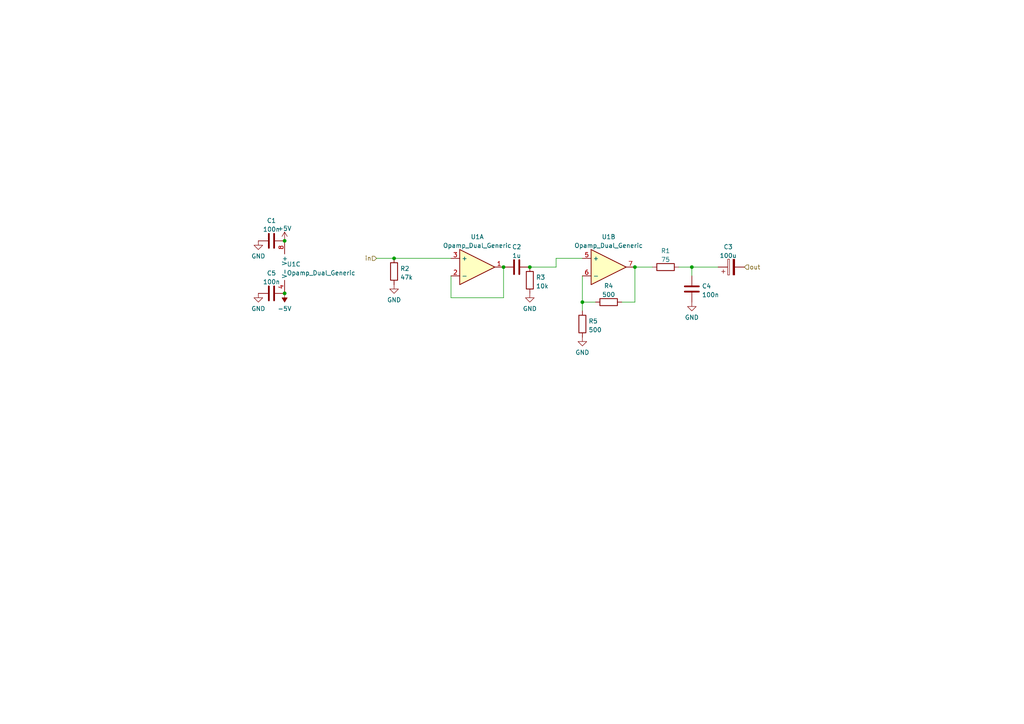
<source format=kicad_sch>
(kicad_sch (version 20211123) (generator eeschema)
  (paper "A4")
  (lib_symbols
    (symbol "0_aaaaa_yeah:R" (pin_numbers hide) (pin_names (offset 0))
      (property "Reference" "R" (at 2.032 0 90))
      (property "Value" "R" (at 0 0 90))
      (symbol "R_0_1"
        (rectangle (start -1.016 -2.54) (end 1.016 2.54) (stroke (width 0.254)))
      )
      (symbol "R_1_1"
        (pin passive line (at 0 3.81 270) (length 1.27) (name "~") (number "1"))
        (pin passive line (at 0 -3.81 90) (length 1.27) (name "~") (number "2"))
      )
    )
    (symbol "Device:C" (pin_numbers hide) (pin_names (offset 0.254))
      (property "Reference" "C" (at 0.635 2.54 0))
      (property "Value" "C" (at 0.635 -2.54 0))
      (symbol "C_0_1"
        (polyline (pts (xy -2.032 -0.762) (xy 2.032 -0.762)) (stroke (width 0.508)))
        (polyline (pts (xy -2.032 0.762) (xy 2.032 0.762)) (stroke (width 0.508)))
      )
      (symbol "C_1_1"
        (pin passive line (at 0 3.81 270) (length 2.794) (name "~") (number "1"))
        (pin passive line (at 0 -3.81 90) (length 2.794) (name "~") (number "2"))
      )
    )
    (symbol "nime2020-library:+5V" (power) (pin_names (offset 0))
      (property "Value" "+5V" (at 0 3.556 0))
      (symbol "+5V_0_1"
        (polyline (pts (xy -0.762 1.27) (xy 0 2.54)))
        (polyline (pts (xy 0 0) (xy 0 2.54)))
        (polyline (pts (xy 0 2.54) (xy 0.762 1.27)))
      )
      (symbol "+5V_1_1"
        (pin power_in line (at 0 0 90) (length 0) hide (name "+5V") (number "1"))
      )
    )
    (symbol "nime2020-library:CP" (pin_numbers hide) (pin_names (offset 0.254))
      (property "Reference" "C" (at 0.635 2.54 0))
      (property "Value" "CP" (at 0.635 -2.54 0))
      (symbol "CP_0_1"
        (rectangle (start -2.286 0.508) (end 2.286 1.016))
        (polyline (pts (xy -1.778 2.286) (xy -0.762 2.286)))
        (polyline (pts (xy -1.27 2.794) (xy -1.27 1.778)))
        (rectangle (start 2.286 -0.508) (end -2.286 -1.016) (fill (type outline)))
      )
      (symbol "CP_1_1"
        (pin passive line (at 0 3.81 270) (length 2.794) (name "~") (number "1"))
        (pin passive line (at 0 -3.81 90) (length 2.794) (name "~") (number "2"))
      )
    )
    (symbol "power:-5V" (power) (pin_names (offset 0))
      (property "Value" "-5V" (at 0 3.81 0))
      (symbol "-5V_0_0"
        (pin power_in line (at 0 0 90) (length 0) hide (name "-5V") (number "1"))
      )
      (symbol "-5V_0_1"
        (polyline (pts (xy 0 0) (xy 0 1.27) (xy 0.762 1.27) (xy 0 2.54) (xy -0.762 1.27) (xy 0 1.27)) (fill (type outline)))
      )
    )
    (symbol "power:GND" (power) (pin_names (offset 0))
      (property "Value" "GND" (at 0 -3.81 0))
      (symbol "GND_0_1"
        (polyline (pts (xy 0 0) (xy 0 -1.27) (xy 1.27 -1.27) (xy 0 -2.54) (xy -1.27 -1.27) (xy 0 -1.27)))
      )
      (symbol "GND_1_1"
        (pin power_in line (at 0 0 270) (length 0) hide (name "GND") (number "1"))
      )
    )
    (symbol "synkie_symbols:Opamp_Dual_Generic"
      (property "Reference" "U" (at 0 5.08 0))
      (property "Value" "Opamp_Dual_Generic" (at 0 -5.08 0))
      (symbol "Opamp_Dual_Generic_1_1"
        (polyline (pts (xy -5.08 5.08) (xy 5.08 0) (xy -5.08 -5.08) (xy -5.08 5.08)) (stroke (width 0.254)) (fill (type background)))
        (pin output line (at 7.62 0 180) (length 2.54) (name "~") (number "1"))
        (pin input line (at -7.62 -2.54 0) (length 2.54) (name "-") (number "2"))
        (pin input line (at -7.62 2.54 0) (length 2.54) (name "+") (number "3"))
      )
      (symbol "Opamp_Dual_Generic_2_1"
        (polyline (pts (xy -5.08 5.08) (xy 5.08 0) (xy -5.08 -5.08) (xy -5.08 5.08)) (stroke (width 0.254)) (fill (type background)))
        (pin input line (at -7.62 2.54 0) (length 2.54) (name "+") (number "5"))
        (pin input line (at -7.62 -2.54 0) (length 2.54) (name "-") (number "6"))
        (pin output line (at 7.62 0 180) (length 2.54) (name "~") (number "7"))
      )
      (symbol "Opamp_Dual_Generic_3_1"
        (pin power_in line (at -2.54 -7.62 90) (length 3.81) (name "V-") (number "4"))
        (pin power_in line (at -2.54 7.62 270) (length 3.81) (name "V+") (number "8"))
      )
    )
  )
  (junction (at 184.15 77.47))
  (junction (at 153.67 77.47))
  (junction (at 82.55 85.09))
  (junction (at 82.55 69.85))
  (junction (at 200.66 77.47))
  (junction (at 114.3 74.93))
  (junction (at 168.91 87.63))
  (junction (at 146.05 77.47))
  (wire (pts (xy 168.91 80.01) (xy 168.91 87.63)))
  (wire (pts (xy 161.29 74.93) (xy 161.29 77.47)))
  (wire (pts (xy 168.91 87.63) (xy 168.91 90.17)))
  (wire (pts (xy 146.05 86.36) (xy 146.05 77.47)))
  (wire (pts (xy 184.15 77.47) (xy 189.23 77.47)))
  (wire (pts (xy 114.3 74.93) (xy 130.81 74.93)))
  (wire (pts (xy 200.66 77.47) (xy 208.28 77.47)))
  (wire (pts (xy 200.66 77.47) (xy 200.66 80.01)))
  (wire (pts (xy 161.29 77.47) (xy 153.67 77.47)))
  (wire (pts (xy 180.34 87.63) (xy 184.15 87.63)))
  (wire (pts (xy 196.85 77.47) (xy 200.66 77.47)))
  (wire (pts (xy 168.91 74.93) (xy 161.29 74.93)))
  (wire (pts (xy 109.22 74.93) (xy 114.3 74.93)))
  (wire (pts (xy 130.81 80.01) (xy 130.81 86.36)))
  (wire (pts (xy 130.81 86.36) (xy 146.05 86.36)))
  (wire (pts (xy 184.15 77.47) (xy 184.15 87.63)))
  (wire (pts (xy 168.91 87.63) (xy 172.72 87.63)))
  (hierarchical_label "out" (shape input) (at 215.9 77.47 0))
  (hierarchical_label "in" (shape input) (at 109.22 74.93 180))
  (symbol (lib_id "Device:C") (at 149.86 77.47 90) (unit 1)
    (property "Reference" "C2" (at 149.86 71.6112 90))
    (property "Value" "1u" (at 149.86 74.1481 90))
    (property "Footprint" "synkie_footprints:C_0603_1608Metric_Pad1.05x0.95mm_HandSolder" (effects hide))
  )
  (symbol (lib_id "power:GND") (at 114.3 82.55 0) (unit 1)
    (property "Reference" "#PWR0102" (effects hide))
    (property "Value" "GND" (at 114.3 86.9934 0))
  )
  (symbol (lib_id "nime2020-library:+5V") (at 82.55 69.85 0) (unit 1)
    (property "Reference" "#PWR0101" (effects hide))
    (property "Value" "+5V" (at 82.55 66.2742 0))
  )
  (symbol (lib_id "synkie_symbols:Opamp_Dual_Generic") (at 176.53 77.47 0) (unit 2)
    (property "Reference" "U1" (at 176.53 68.6902 0))
    (property "Value" "Opamp_Dual_Generic" (at 176.53 71.2271 0))
    (property "Footprint" "synkie_footprints:SOIC-8_3.9x4.9mm_P1.27mm" (effects hide))
  )
  (symbol (lib_id "Device:C") (at 78.74 85.09 90) (unit 1)
    (property "Reference" "C5" (at 78.74 79.2312 90))
    (property "Value" "100n" (at 78.74 81.7681 90))
    (property "Footprint" "synkie_footprints:C_0603_1608Metric_Pad1.05x0.95mm_HandSolder" (effects hide))
  )
  (symbol (lib_id "synkie_symbols:Opamp_Dual_Generic") (at 138.43 77.47 0) (unit 1)
    (property "Reference" "U1" (at 138.43 68.6902 0))
    (property "Value" "Opamp_Dual_Generic" (at 138.43 71.2271 0))
    (property "Footprint" "synkie_footprints:SOIC-8_3.9x4.9mm_P1.27mm" (effects hide))
  )
  (symbol (lib_id "0_aaaaa_yeah:R") (at 193.04 77.47 90) (unit 1)
    (property "Reference" "R1" (at 193.04 72.7542 90))
    (property "Value" "75" (at 193.04 75.2911 90))
    (property "Footprint" "synkie_footprints:C_0805_2012Metric_Pad1.15x1.40mm_HandSolder" (effects hide))
  )
  (symbol (lib_id "power:GND") (at 153.67 85.09 0) (unit 1)
    (property "Reference" "#PWR0106" (effects hide))
    (property "Value" "GND" (at 153.67 89.5334 0))
  )
  (symbol (lib_id "Device:C") (at 200.66 83.82 180) (unit 1)
    (property "Reference" "C4" (at 203.581 82.9853 0) (effects (justify right)))
    (property "Value" "100n" (at 203.581 85.5222 0) (effects (justify right)))
    (property "Footprint" "synkie_footprints:C_0603_1608Metric_Pad1.05x0.95mm_HandSolder" (effects hide))
  )
  (symbol (lib_id "nime2020-library:CP") (at 212.09 77.47 90) (unit 1)
    (property "Reference" "C3" (at 211.201 71.6112 90))
    (property "Value" "100u" (at 211.201 74.1481 90))
    (property "Footprint" "synkie_footprints:CP_EIA-3528-21_Kemet-B_Pad1.50x2.35mm_HandSolder" (effects hide))
  )
  (symbol (lib_id "0_aaaaa_yeah:R") (at 176.53 87.63 90) (unit 1)
    (property "Reference" "R4" (at 176.53 82.9142 90))
    (property "Value" "500" (at 176.53 85.4511 90))
    (property "Footprint" "synkie_footprints:C_0805_2012Metric_Pad1.15x1.40mm_HandSolder" (effects hide))
  )
  (symbol (lib_id "0_aaaaa_yeah:R") (at 168.91 93.98 0) (unit 1)
    (property "Reference" "R5" (at 170.688 93.1453 0) (effects (justify left)))
    (property "Value" "500" (at 170.688 95.6822 0) (effects (justify left)))
    (property "Footprint" "synkie_footprints:C_0805_2012Metric_Pad1.15x1.40mm_HandSolder" (effects hide))
  )
  (symbol (lib_id "power:GND") (at 74.93 69.85 0) (unit 1)
    (property "Reference" "#PWR0105" (effects hide))
    (property "Value" "GND" (at 74.93 74.2934 0))
  )
  (symbol (lib_id "0_aaaaa_yeah:R") (at 153.67 81.28 0) (unit 1)
    (property "Reference" "R3" (at 155.448 80.4453 0) (effects (justify left)))
    (property "Value" "10k" (at 155.448 82.9822 0) (effects (justify left)))
    (property "Footprint" "synkie_footprints:C_0805_2012Metric_Pad1.15x1.40mm_HandSolder" (effects hide))
  )
  (symbol (lib_id "power:-5V") (at 82.55 85.09 180) (unit 1)
    (property "Reference" "#PWR0103" (effects hide))
    (property "Value" "-5V" (at 82.55 89.5334 0))
  )
  (symbol (lib_id "Device:C") (at 78.74 69.85 90) (unit 1)
    (property "Reference" "C1" (at 78.74 63.9912 90))
    (property "Value" "100n" (at 78.74 66.5281 90))
    (property "Footprint" "synkie_footprints:C_0603_1608Metric_Pad1.05x0.95mm_HandSolder" (effects hide))
  )
  (symbol (lib_id "synkie_symbols:Opamp_Dual_Generic") (at 85.09 77.47 0) (unit 3)
    (property "Reference" "U1" (at 83.185 76.6353 0) (effects (justify left)))
    (property "Value" "Opamp_Dual_Generic" (at 83.185 79.1722 0) (effects (justify left)))
    (property "Footprint" "synkie_footprints:SOIC-8_3.9x4.9mm_P1.27mm" (effects hide))
  )
  (symbol (lib_id "power:GND") (at 168.91 97.79 0) (unit 1)
    (property "Reference" "#PWR0107" (effects hide))
    (property "Value" "GND" (at 168.91 102.2334 0))
  )
  (symbol (lib_id "power:GND") (at 200.66 87.63 0) (unit 1)
    (property "Reference" "#PWR0108" (effects hide))
    (property "Value" "GND" (at 200.66 92.0734 0))
  )
  (symbol (lib_id "0_aaaaa_yeah:R") (at 114.3 78.74 0) (unit 1)
    (property "Reference" "R2" (at 116.078 77.9053 0) (effects (justify left)))
    (property "Value" "47k" (at 116.078 80.4422 0) (effects (justify left)))
    (property "Footprint" "synkie_footprints:C_0805_2012Metric_Pad1.15x1.40mm_HandSolder" (effects hide))
  )
  (symbol (lib_id "power:GND") (at 74.93 85.09 0) (unit 1)
    (property "Reference" "#PWR0104" (effects hide))
    (property "Value" "GND" (at 74.93 89.5334 0))
  )
)
</source>
